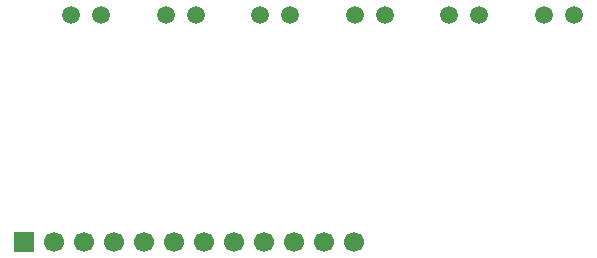
<source format=gbl>
G04*
G04 #@! TF.GenerationSoftware,Altium Limited,Altium Designer,18.0.12 (696)*
G04*
G04 Layer_Physical_Order=2*
G04 Layer_Color=16711680*
%FSLAX25Y25*%
%MOIN*%
G70*
G01*
G75*
%ADD17C,0.06693*%
%ADD18R,0.06693X0.06693*%
%ADD19C,0.05906*%
D17*
X85327Y54366D02*
D03*
X95327D02*
D03*
X105327D02*
D03*
X115327D02*
D03*
X125327D02*
D03*
X135327D02*
D03*
X145327D02*
D03*
X155327D02*
D03*
X165327D02*
D03*
X175327D02*
D03*
X185327D02*
D03*
D18*
X75327D02*
D03*
D19*
X91020Y130000D02*
D03*
X101020D02*
D03*
X122516D02*
D03*
X154012D02*
D03*
X185508D02*
D03*
X217004D02*
D03*
X248500D02*
D03*
X132516D02*
D03*
X164012D02*
D03*
X195508D02*
D03*
X227004D02*
D03*
X258500D02*
D03*
M02*

</source>
